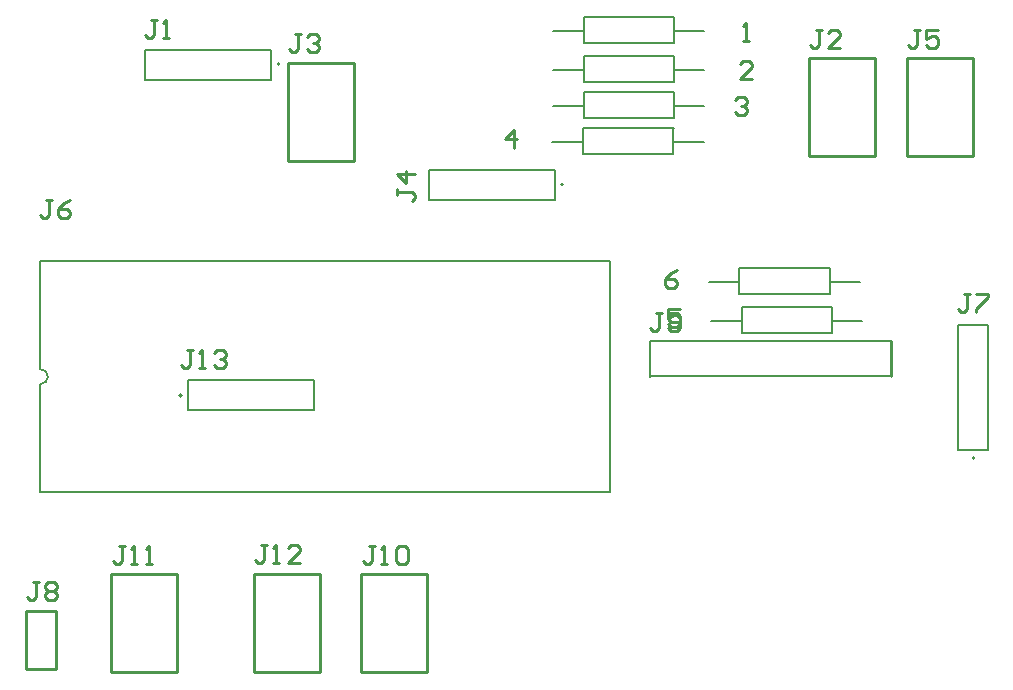
<source format=gto>
G04*
G04 #@! TF.GenerationSoftware,Altium Limited,Altium Designer,23.8.1 (32)*
G04*
G04 Layer_Color=65535*
%FSLAX44Y44*%
%MOMM*%
G71*
G04*
G04 #@! TF.SameCoordinates,D9352005-1BFB-4A43-90E9-9036F92760D2*
G04*
G04*
G04 #@! TF.FilePolarity,Positive*
G04*
G01*
G75*
%ADD10C,0.2000*%
%ADD11C,0.2540*%
%ADD12C,0.1270*%
D10*
X286651Y542500D02*
G03*
X286651Y542500I-1000J0D01*
G01*
X83950Y271601D02*
G03*
X83950Y284301I0J6350D01*
G01*
X203650Y262000D02*
G03*
X203650Y262000I-1000J0D01*
G01*
X526600Y440750D02*
G03*
X526600Y440750I-1000J0D01*
G01*
X875000Y209150D02*
G03*
X875000Y209150I-1000J0D01*
G01*
X649883Y358076D02*
X675633D01*
X752133D02*
X777883D01*
X675633Y348076D02*
Y358076D01*
Y348076D02*
X752133D01*
Y370076D01*
X675883D02*
X752383D01*
X675633Y358076D02*
Y370076D01*
X652000Y325250D02*
X677750D01*
X754250D02*
X780000D01*
X677750Y315250D02*
Y325250D01*
Y315250D02*
X754250D01*
Y337250D01*
X678000D02*
X754500D01*
X677750Y325250D02*
Y337250D01*
X518250Y537500D02*
X544000D01*
X620500D02*
X646250D01*
X544000Y527500D02*
Y537500D01*
Y527500D02*
X620500D01*
Y549500D01*
X544250D02*
X620750D01*
X544000Y537500D02*
Y549500D01*
Y507000D02*
Y519000D01*
X544250D02*
X620750D01*
X620500Y497000D02*
Y519000D01*
X544000Y497000D02*
X620500D01*
X544000D02*
Y507000D01*
X620500D02*
X646250D01*
X518250D02*
X544000D01*
X517575Y476325D02*
X543325D01*
X619825D02*
X645575D01*
X543325Y466325D02*
Y476325D01*
Y466325D02*
X619825D01*
Y488324D01*
X543575D02*
X620075D01*
X543325Y476325D02*
Y488324D01*
X83950Y180000D02*
Y271600D01*
Y284300D02*
Y375900D01*
X566550D01*
Y180000D02*
Y375900D01*
X83950Y180000D02*
X566550D01*
X544000Y570250D02*
Y582250D01*
X544250D02*
X620750D01*
X620500Y560250D02*
Y582250D01*
X544000Y560250D02*
X620500D01*
X544000D02*
Y570250D01*
X620500D02*
X646250D01*
X518250D02*
X544000D01*
X600350Y278750D02*
X804550D01*
X600050Y277400D02*
Y307750D01*
X804550D01*
D11*
X873500Y464700D02*
Y547700D01*
X817500D02*
X873500D01*
X817500Y464700D02*
Y547700D01*
Y464700D02*
X873500D01*
X734650Y464850D02*
X790650D01*
X734650D02*
Y547850D01*
X790650D01*
Y464850D02*
Y547850D01*
X355600Y110900D02*
X411600D01*
Y27900D02*
Y110900D01*
X355600Y27900D02*
X411600D01*
X355600D02*
Y110900D01*
X264750Y110850D02*
X320750D01*
Y27850D02*
Y110850D01*
X264750Y27850D02*
X320750D01*
X264750D02*
Y110850D01*
X97500Y30850D02*
Y79850D01*
X71500D02*
X97500D01*
X71500Y30850D02*
Y79850D01*
Y30850D02*
X97500D01*
X143900Y27850D02*
X199900D01*
X143900D02*
Y110850D01*
X199900D01*
Y27850D02*
Y110850D01*
X293350Y460800D02*
Y543800D01*
Y460800D02*
X349350D01*
Y543800D01*
X293350D02*
X349350D01*
X804550Y278750D02*
Y307750D01*
X623319Y368661D02*
X618240Y366122D01*
X613162Y361044D01*
Y355965D01*
X615701Y353426D01*
X620779D01*
X623319Y355965D01*
Y358504D01*
X620779Y361044D01*
X613162D01*
X625351Y335641D02*
X615194D01*
Y328023D01*
X620272Y330563D01*
X622812D01*
X625351Y328023D01*
Y322945D01*
X622812Y320406D01*
X617733D01*
X615194Y322945D01*
X746001Y571861D02*
X740922D01*
X743462D01*
Y559165D01*
X740922Y556626D01*
X738383D01*
X735844Y559165D01*
X761236Y556626D02*
X751079D01*
X761236Y566783D01*
Y569322D01*
X758697Y571861D01*
X753618D01*
X751079Y569322D01*
X367033Y134981D02*
X361954D01*
X364493D01*
Y122285D01*
X361954Y119746D01*
X359415D01*
X356876Y122285D01*
X372111Y119746D02*
X377189D01*
X374650D01*
Y134981D01*
X372111Y132442D01*
X384807D02*
X387346Y134981D01*
X392425D01*
X394964Y132442D01*
Y122285D01*
X392425Y119746D01*
X387346D01*
X384807Y122285D01*
Y132442D01*
X610619Y331831D02*
X605540D01*
X608079D01*
Y319135D01*
X605540Y316596D01*
X603001D01*
X600462Y319135D01*
X615697D02*
X618236Y316596D01*
X623315D01*
X625854Y319135D01*
Y329292D01*
X623315Y331831D01*
X618236D01*
X615697Y329292D01*
Y326753D01*
X618236Y324213D01*
X625854D01*
X304803Y568051D02*
X299724D01*
X302264D01*
Y555355D01*
X299724Y552816D01*
X297185D01*
X294646Y555355D01*
X309881Y565512D02*
X312420Y568051D01*
X317499D01*
X320038Y565512D01*
Y562973D01*
X317499Y560434D01*
X314959D01*
X317499D01*
X320038Y557894D01*
Y555355D01*
X317499Y552816D01*
X312420D01*
X309881Y555355D01*
X82807Y104159D02*
X77728D01*
X80267D01*
Y91463D01*
X77728Y88924D01*
X75189D01*
X72650Y91463D01*
X87885Y101620D02*
X90424Y104159D01*
X95503D01*
X98042Y101620D01*
Y99081D01*
X95503Y96542D01*
X98042Y94002D01*
Y91463D01*
X95503Y88924D01*
X90424D01*
X87885Y91463D01*
Y94002D01*
X90424Y96542D01*
X87885Y99081D01*
Y101620D01*
X90424Y96542D02*
X95503D01*
X213363Y300843D02*
X208284D01*
X210823D01*
Y288147D01*
X208284Y285608D01*
X205745D01*
X203206Y288147D01*
X218441Y285608D02*
X223519D01*
X220980D01*
Y300843D01*
X218441Y298304D01*
X231137D02*
X233676Y300843D01*
X238755D01*
X241294Y298304D01*
Y295765D01*
X238755Y293225D01*
X236215D01*
X238755D01*
X241294Y290686D01*
Y288147D01*
X238755Y285608D01*
X233676D01*
X231137Y288147D01*
X276101Y135015D02*
X271022D01*
X273561D01*
Y122319D01*
X271022Y119780D01*
X268483D01*
X265944Y122319D01*
X281179Y119780D02*
X286257D01*
X283718D01*
Y135015D01*
X281179Y132476D01*
X304032Y119780D02*
X293875D01*
X304032Y129937D01*
Y132476D01*
X301493Y135015D01*
X296414D01*
X293875Y132476D01*
X155451Y134981D02*
X150372D01*
X152912D01*
Y122285D01*
X150372Y119746D01*
X147833D01*
X145294Y122285D01*
X160529Y119746D02*
X165607D01*
X163068D01*
Y134981D01*
X160529Y132442D01*
X173225Y119746D02*
X178303D01*
X175764D01*
Y134981D01*
X173225Y132442D01*
X870715Y347579D02*
X865636D01*
X868176D01*
Y334883D01*
X865636Y332344D01*
X863097D01*
X860558Y334883D01*
X875793Y347579D02*
X885950D01*
Y345040D01*
X875793Y334883D01*
Y332344D01*
X93983Y427843D02*
X88904D01*
X91444D01*
Y415147D01*
X88904Y412608D01*
X86365D01*
X83826Y415147D01*
X109218Y427843D02*
X104139Y425304D01*
X99061Y420225D01*
Y415147D01*
X101600Y412608D01*
X106679D01*
X109218Y415147D01*
Y417686D01*
X106679Y420225D01*
X99061D01*
X828805Y571861D02*
X823726D01*
X826265D01*
Y559165D01*
X823726Y556626D01*
X821187D01*
X818648Y559165D01*
X844040Y571861D02*
X833883D01*
Y564244D01*
X838961Y566783D01*
X841501D01*
X844040Y564244D01*
Y559165D01*
X841501Y556626D01*
X836422D01*
X833883Y559165D01*
X386083Y436460D02*
Y431382D01*
Y433921D01*
X398779D01*
X401318Y431382D01*
Y428843D01*
X398779Y426303D01*
X401318Y449156D02*
X386083D01*
X393700Y441539D01*
Y451695D01*
X182629Y580243D02*
X177550D01*
X180089D01*
Y567547D01*
X177550Y565008D01*
X175011D01*
X172472Y567547D01*
X187707Y565008D02*
X192785D01*
X190246D01*
Y580243D01*
X187707Y577704D01*
X485397Y471536D02*
Y486771D01*
X477780Y479154D01*
X487937D01*
X672172Y512079D02*
X674711Y514618D01*
X679789D01*
X682328Y512079D01*
Y509539D01*
X679789Y507000D01*
X677250D01*
X679789D01*
X682328Y504461D01*
Y501922D01*
X679789Y499383D01*
X674711D01*
X672172Y501922D01*
X686078Y529883D02*
X675922D01*
X686078Y540039D01*
Y542578D01*
X683539Y545118D01*
X678461D01*
X675922Y542578D01*
X679211Y562383D02*
X684289D01*
X681750D01*
Y577617D01*
X679211Y575078D01*
D12*
X279350Y529300D02*
Y554700D01*
X172750D02*
X279350D01*
X172750Y529300D02*
Y554700D01*
Y529300D02*
X279350D01*
X208950Y249800D02*
Y275201D01*
Y249800D02*
X315550D01*
Y275201D01*
X208950D02*
X315550D01*
X519300Y427549D02*
Y452949D01*
X412701D02*
X519300D01*
X412701Y427549D02*
Y452949D01*
Y427549D02*
X519300D01*
X860799Y215450D02*
Y322050D01*
X886199D01*
Y215450D02*
Y322050D01*
X860799Y215450D02*
X886199D01*
M02*

</source>
